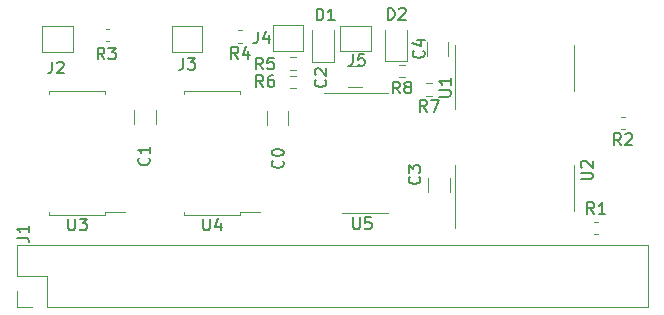
<source format=gbr>
G04 #@! TF.GenerationSoftware,KiCad,Pcbnew,6.0.11*
G04 #@! TF.CreationDate,2024-12-01T17:45:42+01:00*
G04 #@! TF.ProjectId,CCS_analog_mux-16in-18out,4343535f-616e-4616-9c6f-675f6d75782d,rev?*
G04 #@! TF.SameCoordinates,Original*
G04 #@! TF.FileFunction,Legend,Top*
G04 #@! TF.FilePolarity,Positive*
%FSLAX46Y46*%
G04 Gerber Fmt 4.6, Leading zero omitted, Abs format (unit mm)*
G04 Created by KiCad (PCBNEW 6.0.11) date 2024-12-01 17:45:42*
%MOMM*%
%LPD*%
G01*
G04 APERTURE LIST*
%ADD10C,0.150000*%
%ADD11C,0.120000*%
G04 APERTURE END LIST*
D10*
X67353333Y-40722380D02*
X67020000Y-40246190D01*
X66781904Y-40722380D02*
X66781904Y-39722380D01*
X67162857Y-39722380D01*
X67258095Y-39770000D01*
X67305714Y-39817619D01*
X67353333Y-39912857D01*
X67353333Y-40055714D01*
X67305714Y-40150952D01*
X67258095Y-40198571D01*
X67162857Y-40246190D01*
X66781904Y-40246190D01*
X67924761Y-40150952D02*
X67829523Y-40103333D01*
X67781904Y-40055714D01*
X67734285Y-39960476D01*
X67734285Y-39912857D01*
X67781904Y-39817619D01*
X67829523Y-39770000D01*
X67924761Y-39722380D01*
X68115238Y-39722380D01*
X68210476Y-39770000D01*
X68258095Y-39817619D01*
X68305714Y-39912857D01*
X68305714Y-39960476D01*
X68258095Y-40055714D01*
X68210476Y-40103333D01*
X68115238Y-40150952D01*
X67924761Y-40150952D01*
X67829523Y-40198571D01*
X67781904Y-40246190D01*
X67734285Y-40341428D01*
X67734285Y-40531904D01*
X67781904Y-40627142D01*
X67829523Y-40674761D01*
X67924761Y-40722380D01*
X68115238Y-40722380D01*
X68210476Y-40674761D01*
X68258095Y-40627142D01*
X68305714Y-40531904D01*
X68305714Y-40341428D01*
X68258095Y-40246190D01*
X68210476Y-40198571D01*
X68115238Y-40150952D01*
X69643333Y-42262380D02*
X69310000Y-41786190D01*
X69071904Y-42262380D02*
X69071904Y-41262380D01*
X69452857Y-41262380D01*
X69548095Y-41310000D01*
X69595714Y-41357619D01*
X69643333Y-41452857D01*
X69643333Y-41595714D01*
X69595714Y-41690952D01*
X69548095Y-41738571D01*
X69452857Y-41786190D01*
X69071904Y-41786190D01*
X69976666Y-41262380D02*
X70643333Y-41262380D01*
X70214761Y-42262380D01*
X55783333Y-40162380D02*
X55450000Y-39686190D01*
X55211904Y-40162380D02*
X55211904Y-39162380D01*
X55592857Y-39162380D01*
X55688095Y-39210000D01*
X55735714Y-39257619D01*
X55783333Y-39352857D01*
X55783333Y-39495714D01*
X55735714Y-39590952D01*
X55688095Y-39638571D01*
X55592857Y-39686190D01*
X55211904Y-39686190D01*
X56640476Y-39162380D02*
X56450000Y-39162380D01*
X56354761Y-39210000D01*
X56307142Y-39257619D01*
X56211904Y-39400476D01*
X56164285Y-39590952D01*
X56164285Y-39971904D01*
X56211904Y-40067142D01*
X56259523Y-40114761D01*
X56354761Y-40162380D01*
X56545238Y-40162380D01*
X56640476Y-40114761D01*
X56688095Y-40067142D01*
X56735714Y-39971904D01*
X56735714Y-39733809D01*
X56688095Y-39638571D01*
X56640476Y-39590952D01*
X56545238Y-39543333D01*
X56354761Y-39543333D01*
X56259523Y-39590952D01*
X56211904Y-39638571D01*
X56164285Y-39733809D01*
X55763333Y-38692380D02*
X55430000Y-38216190D01*
X55191904Y-38692380D02*
X55191904Y-37692380D01*
X55572857Y-37692380D01*
X55668095Y-37740000D01*
X55715714Y-37787619D01*
X55763333Y-37882857D01*
X55763333Y-38025714D01*
X55715714Y-38120952D01*
X55668095Y-38168571D01*
X55572857Y-38216190D01*
X55191904Y-38216190D01*
X56668095Y-37692380D02*
X56191904Y-37692380D01*
X56144285Y-38168571D01*
X56191904Y-38120952D01*
X56287142Y-38073333D01*
X56525238Y-38073333D01*
X56620476Y-38120952D01*
X56668095Y-38168571D01*
X56715714Y-38263809D01*
X56715714Y-38501904D01*
X56668095Y-38597142D01*
X56620476Y-38644761D01*
X56525238Y-38692380D01*
X56287142Y-38692380D01*
X56191904Y-38644761D01*
X56144285Y-38597142D01*
X66331904Y-34482380D02*
X66331904Y-33482380D01*
X66570000Y-33482380D01*
X66712857Y-33530000D01*
X66808095Y-33625238D01*
X66855714Y-33720476D01*
X66903333Y-33910952D01*
X66903333Y-34053809D01*
X66855714Y-34244285D01*
X66808095Y-34339523D01*
X66712857Y-34434761D01*
X66570000Y-34482380D01*
X66331904Y-34482380D01*
X67284285Y-33577619D02*
X67331904Y-33530000D01*
X67427142Y-33482380D01*
X67665238Y-33482380D01*
X67760476Y-33530000D01*
X67808095Y-33577619D01*
X67855714Y-33672857D01*
X67855714Y-33768095D01*
X67808095Y-33910952D01*
X67236666Y-34482380D01*
X67855714Y-34482380D01*
X60301904Y-34532380D02*
X60301904Y-33532380D01*
X60540000Y-33532380D01*
X60682857Y-33580000D01*
X60778095Y-33675238D01*
X60825714Y-33770476D01*
X60873333Y-33960952D01*
X60873333Y-34103809D01*
X60825714Y-34294285D01*
X60778095Y-34389523D01*
X60682857Y-34484761D01*
X60540000Y-34532380D01*
X60301904Y-34532380D01*
X61825714Y-34532380D02*
X61254285Y-34532380D01*
X61540000Y-34532380D02*
X61540000Y-33532380D01*
X61444761Y-33675238D01*
X61349523Y-33770476D01*
X61254285Y-33818095D01*
X63376666Y-37372380D02*
X63376666Y-38086666D01*
X63329047Y-38229523D01*
X63233809Y-38324761D01*
X63090952Y-38372380D01*
X62995714Y-38372380D01*
X64329047Y-37372380D02*
X63852857Y-37372380D01*
X63805238Y-37848571D01*
X63852857Y-37800952D01*
X63948095Y-37753333D01*
X64186190Y-37753333D01*
X64281428Y-37800952D01*
X64329047Y-37848571D01*
X64376666Y-37943809D01*
X64376666Y-38181904D01*
X64329047Y-38277142D01*
X64281428Y-38324761D01*
X64186190Y-38372380D01*
X63948095Y-38372380D01*
X63852857Y-38324761D01*
X63805238Y-38277142D01*
X55326666Y-35482380D02*
X55326666Y-36196666D01*
X55279047Y-36339523D01*
X55183809Y-36434761D01*
X55040952Y-36482380D01*
X54945714Y-36482380D01*
X56231428Y-35815714D02*
X56231428Y-36482380D01*
X55993333Y-35434761D02*
X55755238Y-36149047D01*
X56374285Y-36149047D01*
X63388095Y-51222380D02*
X63388095Y-52031904D01*
X63435714Y-52127142D01*
X63483333Y-52174761D01*
X63578571Y-52222380D01*
X63769047Y-52222380D01*
X63864285Y-52174761D01*
X63911904Y-52127142D01*
X63959523Y-52031904D01*
X63959523Y-51222380D01*
X64911904Y-51222380D02*
X64435714Y-51222380D01*
X64388095Y-51698571D01*
X64435714Y-51650952D01*
X64530952Y-51603333D01*
X64769047Y-51603333D01*
X64864285Y-51650952D01*
X64911904Y-51698571D01*
X64959523Y-51793809D01*
X64959523Y-52031904D01*
X64911904Y-52127142D01*
X64864285Y-52174761D01*
X64769047Y-52222380D01*
X64530952Y-52222380D01*
X64435714Y-52174761D01*
X64388095Y-52127142D01*
X70652380Y-40991904D02*
X71461904Y-40991904D01*
X71557142Y-40944285D01*
X71604761Y-40896666D01*
X71652380Y-40801428D01*
X71652380Y-40610952D01*
X71604761Y-40515714D01*
X71557142Y-40468095D01*
X71461904Y-40420476D01*
X70652380Y-40420476D01*
X71652380Y-39420476D02*
X71652380Y-39991904D01*
X71652380Y-39706190D02*
X70652380Y-39706190D01*
X70795238Y-39801428D01*
X70890476Y-39896666D01*
X70938095Y-39991904D01*
X69347142Y-37086666D02*
X69394761Y-37134285D01*
X69442380Y-37277142D01*
X69442380Y-37372380D01*
X69394761Y-37515238D01*
X69299523Y-37610476D01*
X69204285Y-37658095D01*
X69013809Y-37705714D01*
X68870952Y-37705714D01*
X68680476Y-37658095D01*
X68585238Y-37610476D01*
X68490000Y-37515238D01*
X68442380Y-37372380D01*
X68442380Y-37277142D01*
X68490000Y-37134285D01*
X68537619Y-37086666D01*
X68775714Y-36229523D02*
X69442380Y-36229523D01*
X68394761Y-36467619D02*
X69109047Y-36705714D01*
X69109047Y-36086666D01*
X34912380Y-52923333D02*
X35626666Y-52923333D01*
X35769523Y-52970952D01*
X35864761Y-53066190D01*
X35912380Y-53209047D01*
X35912380Y-53304285D01*
X35912380Y-51923333D02*
X35912380Y-52494761D01*
X35912380Y-52209047D02*
X34912380Y-52209047D01*
X35055238Y-52304285D01*
X35150476Y-52399523D01*
X35198095Y-52494761D01*
X50708095Y-51322380D02*
X50708095Y-52131904D01*
X50755714Y-52227142D01*
X50803333Y-52274761D01*
X50898571Y-52322380D01*
X51089047Y-52322380D01*
X51184285Y-52274761D01*
X51231904Y-52227142D01*
X51279523Y-52131904D01*
X51279523Y-51322380D01*
X52184285Y-51655714D02*
X52184285Y-52322380D01*
X51946190Y-51274761D02*
X51708095Y-51989047D01*
X52327142Y-51989047D01*
X39278095Y-51322380D02*
X39278095Y-52131904D01*
X39325714Y-52227142D01*
X39373333Y-52274761D01*
X39468571Y-52322380D01*
X39659047Y-52322380D01*
X39754285Y-52274761D01*
X39801904Y-52227142D01*
X39849523Y-52131904D01*
X39849523Y-51322380D01*
X40230476Y-51322380D02*
X40849523Y-51322380D01*
X40516190Y-51703333D01*
X40659047Y-51703333D01*
X40754285Y-51750952D01*
X40801904Y-51798571D01*
X40849523Y-51893809D01*
X40849523Y-52131904D01*
X40801904Y-52227142D01*
X40754285Y-52274761D01*
X40659047Y-52322380D01*
X40373333Y-52322380D01*
X40278095Y-52274761D01*
X40230476Y-52227142D01*
X82672380Y-47992404D02*
X83481904Y-47992404D01*
X83577142Y-47944785D01*
X83624761Y-47897166D01*
X83672380Y-47801928D01*
X83672380Y-47611452D01*
X83624761Y-47516214D01*
X83577142Y-47468595D01*
X83481904Y-47420976D01*
X82672380Y-47420976D01*
X82767619Y-46992404D02*
X82720000Y-46944785D01*
X82672380Y-46849547D01*
X82672380Y-46611452D01*
X82720000Y-46516214D01*
X82767619Y-46468595D01*
X82862857Y-46420976D01*
X82958095Y-46420976D01*
X83100952Y-46468595D01*
X83672380Y-47040023D01*
X83672380Y-46420976D01*
X53665533Y-37784480D02*
X53332200Y-37308290D01*
X53094104Y-37784480D02*
X53094104Y-36784480D01*
X53475057Y-36784480D01*
X53570295Y-36832100D01*
X53617914Y-36879719D01*
X53665533Y-36974957D01*
X53665533Y-37117814D01*
X53617914Y-37213052D01*
X53570295Y-37260671D01*
X53475057Y-37308290D01*
X53094104Y-37308290D01*
X54522676Y-37117814D02*
X54522676Y-37784480D01*
X54284580Y-36736861D02*
X54046485Y-37451147D01*
X54665533Y-37451147D01*
X42343333Y-37832380D02*
X42010000Y-37356190D01*
X41771904Y-37832380D02*
X41771904Y-36832380D01*
X42152857Y-36832380D01*
X42248095Y-36880000D01*
X42295714Y-36927619D01*
X42343333Y-37022857D01*
X42343333Y-37165714D01*
X42295714Y-37260952D01*
X42248095Y-37308571D01*
X42152857Y-37356190D01*
X41771904Y-37356190D01*
X42676666Y-36832380D02*
X43295714Y-36832380D01*
X42962380Y-37213333D01*
X43105238Y-37213333D01*
X43200476Y-37260952D01*
X43248095Y-37308571D01*
X43295714Y-37403809D01*
X43295714Y-37641904D01*
X43248095Y-37737142D01*
X43200476Y-37784761D01*
X43105238Y-37832380D01*
X42819523Y-37832380D01*
X42724285Y-37784761D01*
X42676666Y-37737142D01*
X86063333Y-45102380D02*
X85730000Y-44626190D01*
X85491904Y-45102380D02*
X85491904Y-44102380D01*
X85872857Y-44102380D01*
X85968095Y-44150000D01*
X86015714Y-44197619D01*
X86063333Y-44292857D01*
X86063333Y-44435714D01*
X86015714Y-44530952D01*
X85968095Y-44578571D01*
X85872857Y-44626190D01*
X85491904Y-44626190D01*
X86444285Y-44197619D02*
X86491904Y-44150000D01*
X86587142Y-44102380D01*
X86825238Y-44102380D01*
X86920476Y-44150000D01*
X86968095Y-44197619D01*
X87015714Y-44292857D01*
X87015714Y-44388095D01*
X86968095Y-44530952D01*
X86396666Y-45102380D01*
X87015714Y-45102380D01*
X83797553Y-50936620D02*
X83464220Y-50460430D01*
X83226124Y-50936620D02*
X83226124Y-49936620D01*
X83607077Y-49936620D01*
X83702315Y-49984240D01*
X83749934Y-50031859D01*
X83797553Y-50127097D01*
X83797553Y-50269954D01*
X83749934Y-50365192D01*
X83702315Y-50412811D01*
X83607077Y-50460430D01*
X83226124Y-50460430D01*
X84749934Y-50936620D02*
X84178505Y-50936620D01*
X84464220Y-50936620D02*
X84464220Y-49936620D01*
X84368981Y-50079478D01*
X84273743Y-50174716D01*
X84178505Y-50222335D01*
X49023386Y-37698900D02*
X49023386Y-38413186D01*
X48975767Y-38556043D01*
X48880529Y-38651281D01*
X48737672Y-38698900D01*
X48642434Y-38698900D01*
X49404339Y-37698900D02*
X50023386Y-37698900D01*
X49690053Y-38079853D01*
X49832910Y-38079853D01*
X49928148Y-38127472D01*
X49975767Y-38175091D01*
X50023386Y-38270329D01*
X50023386Y-38508424D01*
X49975767Y-38603662D01*
X49928148Y-38651281D01*
X49832910Y-38698900D01*
X49547196Y-38698900D01*
X49451958Y-38651281D01*
X49404339Y-38603662D01*
X37903266Y-38026560D02*
X37903266Y-38740846D01*
X37855647Y-38883703D01*
X37760409Y-38978941D01*
X37617552Y-39026560D01*
X37522314Y-39026560D01*
X38331838Y-38121799D02*
X38379457Y-38074180D01*
X38474695Y-38026560D01*
X38712790Y-38026560D01*
X38808028Y-38074180D01*
X38855647Y-38121799D01*
X38903266Y-38217037D01*
X38903266Y-38312275D01*
X38855647Y-38455132D01*
X38284219Y-39026560D01*
X38903266Y-39026560D01*
X69002762Y-47760226D02*
X69050381Y-47807845D01*
X69098000Y-47950702D01*
X69098000Y-48045940D01*
X69050381Y-48188798D01*
X68955143Y-48284036D01*
X68859905Y-48331655D01*
X68669429Y-48379274D01*
X68526572Y-48379274D01*
X68336096Y-48331655D01*
X68240858Y-48284036D01*
X68145620Y-48188798D01*
X68098000Y-48045940D01*
X68098000Y-47950702D01*
X68145620Y-47807845D01*
X68193239Y-47760226D01*
X68098000Y-47426893D02*
X68098000Y-46807845D01*
X68478953Y-47141179D01*
X68478953Y-46998321D01*
X68526572Y-46903083D01*
X68574191Y-46855464D01*
X68669429Y-46807845D01*
X68907524Y-46807845D01*
X69002762Y-46855464D01*
X69050381Y-46903083D01*
X69098000Y-46998321D01*
X69098000Y-47284036D01*
X69050381Y-47379274D01*
X69002762Y-47426893D01*
X61037142Y-39546666D02*
X61084761Y-39594285D01*
X61132380Y-39737142D01*
X61132380Y-39832380D01*
X61084761Y-39975238D01*
X60989523Y-40070476D01*
X60894285Y-40118095D01*
X60703809Y-40165714D01*
X60560952Y-40165714D01*
X60370476Y-40118095D01*
X60275238Y-40070476D01*
X60180000Y-39975238D01*
X60132380Y-39832380D01*
X60132380Y-39737142D01*
X60180000Y-39594285D01*
X60227619Y-39546666D01*
X60227619Y-39165714D02*
X60180000Y-39118095D01*
X60132380Y-39022857D01*
X60132380Y-38784761D01*
X60180000Y-38689523D01*
X60227619Y-38641904D01*
X60322857Y-38594285D01*
X60418095Y-38594285D01*
X60560952Y-38641904D01*
X61132380Y-39213333D01*
X61132380Y-38594285D01*
X46094362Y-46175426D02*
X46141981Y-46223045D01*
X46189600Y-46365902D01*
X46189600Y-46461140D01*
X46141981Y-46603998D01*
X46046743Y-46699236D01*
X45951505Y-46746855D01*
X45761029Y-46794474D01*
X45618172Y-46794474D01*
X45427696Y-46746855D01*
X45332458Y-46699236D01*
X45237220Y-46603998D01*
X45189600Y-46461140D01*
X45189600Y-46365902D01*
X45237220Y-46223045D01*
X45284839Y-46175426D01*
X46189600Y-45223045D02*
X46189600Y-45794474D01*
X46189600Y-45508760D02*
X45189600Y-45508760D01*
X45332458Y-45603998D01*
X45427696Y-45699236D01*
X45475315Y-45794474D01*
X57423342Y-46402506D02*
X57470961Y-46450125D01*
X57518580Y-46592982D01*
X57518580Y-46688220D01*
X57470961Y-46831078D01*
X57375723Y-46926316D01*
X57280485Y-46973935D01*
X57090009Y-47021554D01*
X56947152Y-47021554D01*
X56756676Y-46973935D01*
X56661438Y-46926316D01*
X56566200Y-46831078D01*
X56518580Y-46688220D01*
X56518580Y-46592982D01*
X56566200Y-46450125D01*
X56613819Y-46402506D01*
X56518580Y-45783459D02*
X56518580Y-45688220D01*
X56566200Y-45592982D01*
X56613819Y-45545363D01*
X56709057Y-45497744D01*
X56899533Y-45450125D01*
X57137628Y-45450125D01*
X57328104Y-45497744D01*
X57423342Y-45545363D01*
X57470961Y-45592982D01*
X57518580Y-45688220D01*
X57518580Y-45783459D01*
X57470961Y-45878697D01*
X57423342Y-45926316D01*
X57328104Y-45973935D01*
X57137628Y-46021554D01*
X56899533Y-46021554D01*
X56709057Y-45973935D01*
X56613819Y-45926316D01*
X56566200Y-45878697D01*
X56518580Y-45783459D01*
D11*
X67757258Y-38317500D02*
X67282742Y-38317500D01*
X67757258Y-39362500D02*
X67282742Y-39362500D01*
X70047258Y-39857500D02*
X69572742Y-39857500D01*
X70047258Y-40902500D02*
X69572742Y-40902500D01*
X58042742Y-40262500D02*
X58517258Y-40262500D01*
X58042742Y-39217500D02*
X58517258Y-39217500D01*
X58042742Y-38722500D02*
X58517258Y-38722500D01*
X58042742Y-37677500D02*
X58517258Y-37677500D01*
X66070000Y-35320000D02*
X66070000Y-38005000D01*
X66070000Y-38005000D02*
X67990000Y-38005000D01*
X67990000Y-38005000D02*
X67990000Y-35320000D01*
X61800000Y-38025000D02*
X61800000Y-35340000D01*
X59880000Y-38025000D02*
X61800000Y-38025000D01*
X59880000Y-35340000D02*
X59880000Y-38025000D01*
X64890000Y-37170000D02*
X64890000Y-34970000D01*
X62290000Y-37170000D02*
X64890000Y-37170000D01*
X62290000Y-36670000D02*
X62290000Y-37170000D01*
X62290000Y-34970000D02*
X62290000Y-36670000D01*
X64890000Y-34970000D02*
X62290000Y-34970000D01*
X59180000Y-34900000D02*
X56580000Y-34900000D01*
X56580000Y-34900000D02*
X56580000Y-36600000D01*
X56580000Y-36600000D02*
X56580000Y-37100000D01*
X56580000Y-37100000D02*
X59180000Y-37100000D01*
X59180000Y-37100000D02*
X59180000Y-34900000D01*
X64420000Y-50840000D02*
X62470000Y-50840000D01*
X64420000Y-40720000D02*
X66370000Y-40720000D01*
X64420000Y-50840000D02*
X66370000Y-50840000D01*
X64420000Y-40720000D02*
X60970000Y-40720000D01*
X72000500Y-38594500D02*
X72000500Y-42044500D01*
X72000500Y-38594500D02*
X72000500Y-36644500D01*
X82120500Y-38594500D02*
X82120500Y-40544500D01*
X82120500Y-38594500D02*
X82120500Y-36644500D01*
X69630000Y-36347936D02*
X69630000Y-37552064D01*
X71450000Y-36347936D02*
X71450000Y-37552064D01*
X34900000Y-58784000D02*
X34900000Y-57454000D01*
X36230000Y-58784000D02*
X34900000Y-58784000D01*
X34900000Y-56184000D02*
X34900000Y-53584000D01*
X37500000Y-56184000D02*
X34900000Y-56184000D01*
X37500000Y-58784000D02*
X37500000Y-56184000D01*
X34900000Y-53584000D02*
X88360000Y-53584000D01*
X37500000Y-58784000D02*
X88360000Y-58784000D01*
X88360000Y-58784000D02*
X88360000Y-53584000D01*
X53855000Y-50775000D02*
X55520000Y-50775000D01*
X53855000Y-51030000D02*
X53855000Y-50775000D01*
X51470000Y-51030000D02*
X53855000Y-51030000D01*
X49085000Y-51030000D02*
X49085000Y-50775000D01*
X51470000Y-51030000D02*
X49085000Y-51030000D01*
X53855000Y-40510000D02*
X53855000Y-40765000D01*
X51470000Y-40510000D02*
X53855000Y-40510000D01*
X49085000Y-40510000D02*
X49085000Y-40765000D01*
X51470000Y-40510000D02*
X49085000Y-40510000D01*
X42425000Y-50775000D02*
X44090000Y-50775000D01*
X42425000Y-51030000D02*
X42425000Y-50775000D01*
X40040000Y-51030000D02*
X42425000Y-51030000D01*
X37655000Y-51030000D02*
X37655000Y-50775000D01*
X40040000Y-51030000D02*
X37655000Y-51030000D01*
X42425000Y-40510000D02*
X42425000Y-40765000D01*
X40040000Y-40510000D02*
X42425000Y-40510000D01*
X37655000Y-40510000D02*
X37655000Y-40765000D01*
X40040000Y-40510000D02*
X37655000Y-40510000D01*
X72000500Y-48691000D02*
X72000500Y-52141000D01*
X72000500Y-48691000D02*
X72000500Y-46741000D01*
X82120500Y-48691000D02*
X82120500Y-50641000D01*
X82120500Y-48691000D02*
X82120500Y-46741000D01*
X53994979Y-35392100D02*
X53669421Y-35392100D01*
X53994979Y-36412100D02*
X53669421Y-36412100D01*
X42768079Y-35290500D02*
X42442521Y-35290500D01*
X42768079Y-36310500D02*
X42442521Y-36310500D01*
X86392779Y-42710000D02*
X86067221Y-42710000D01*
X86392779Y-43730000D02*
X86067221Y-43730000D01*
X84132079Y-51584600D02*
X83806521Y-51584600D01*
X84132079Y-52604600D02*
X83806521Y-52604600D01*
X50623700Y-35043400D02*
X48023700Y-35043400D01*
X50623700Y-37243400D02*
X50623700Y-35043400D01*
X48023700Y-37243400D02*
X50623700Y-37243400D01*
X48023700Y-36743400D02*
X48023700Y-37243400D01*
X48023700Y-35043400D02*
X48023700Y-36743400D01*
X39676300Y-35043400D02*
X37076300Y-35043400D01*
X39676300Y-37243400D02*
X39676300Y-35043400D01*
X37076300Y-37243400D02*
X39676300Y-37243400D01*
X37076300Y-36743400D02*
X37076300Y-37243400D01*
X37076300Y-35043400D02*
X37076300Y-36743400D01*
X69760000Y-47847936D02*
X69760000Y-49052064D01*
X71580000Y-47847936D02*
X71580000Y-49052064D01*
X64142064Y-38380000D02*
X62937936Y-38380000D01*
X64142064Y-40200000D02*
X62937936Y-40200000D01*
X46665000Y-43324064D02*
X46665000Y-42119936D01*
X44845000Y-43324064D02*
X44845000Y-42119936D01*
X57900000Y-43422064D02*
X57900000Y-42217936D01*
X56080000Y-43422064D02*
X56080000Y-42217936D01*
M02*

</source>
